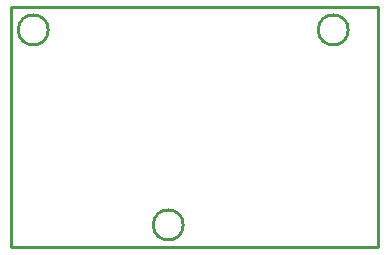
<source format=gbr>
G04 (created by PCBNEW (2013-jul-07)-stable) date Пт 28 фев 2014 10:34:58*
%MOIN*%
G04 Gerber Fmt 3.4, Leading zero omitted, Abs format*
%FSLAX34Y34*%
G01*
G70*
G90*
G04 APERTURE LIST*
%ADD10C,0.00590551*%
%ADD11C,0.01*%
G04 APERTURE END LIST*
G54D10*
G54D11*
X92037Y-27187D02*
G75*
G03X92037Y-27187I-500J0D01*
G74*
G01*
X86287Y-27937D02*
X98537Y-27937D01*
X86287Y-19937D02*
X86287Y-27937D01*
X98537Y-19937D02*
X86287Y-19937D01*
X98537Y-27937D02*
X98537Y-19937D01*
X97537Y-20687D02*
G75*
G03X97537Y-20687I-500J0D01*
G74*
G01*
X87537Y-20687D02*
G75*
G03X87537Y-20687I-500J0D01*
G74*
G01*
M02*

</source>
